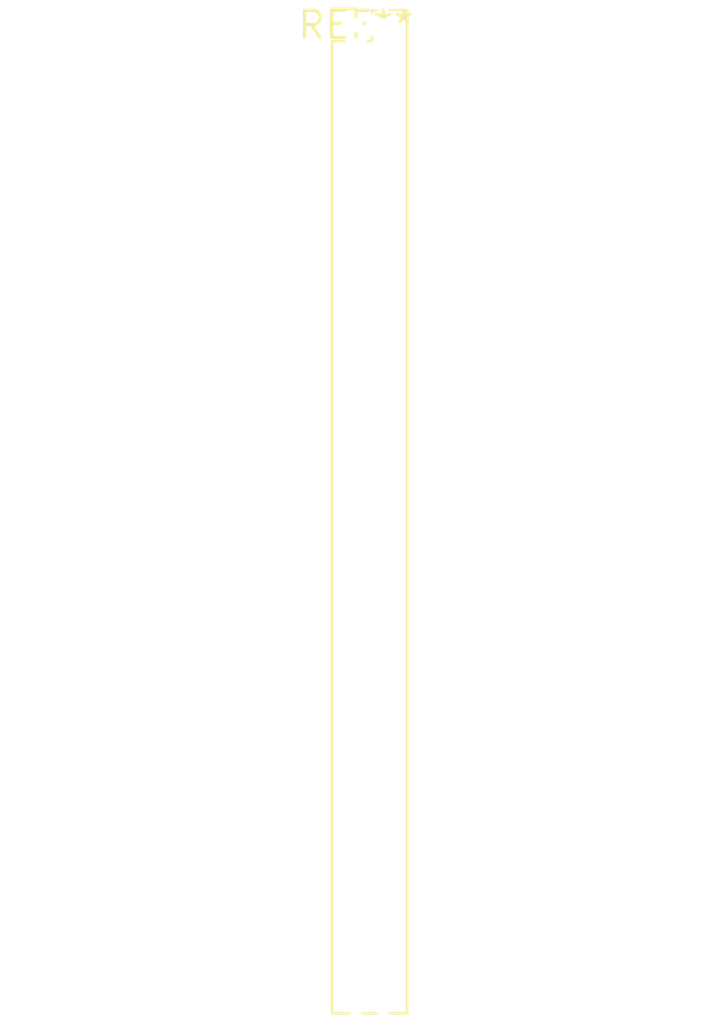
<source format=kicad_pcb>
(kicad_pcb (version 20240108) (generator pcbnew)
  (layers (0 "F.Cu" signal) (31 "B.Cu" signal) (34 "B.Paste" user) (35 "F.Paste" user) (36 "B.SilkS" user "B.Silkscreen") (37 "F.SilkS" user "F.Silkscreen") (38 "B.Mask" user) (39 "F.Mask" user) (44 "Edge.Cuts" user))
  (net 0 "")
  (footprint "PinHeader_2x37_P1.27mm_Vertical" (layer "F.Cu") (at 0 0)
    (property "Reference" "REF**")
    (property "Value" "PinHeader_2x37_P1.27mm_Vertical")
    (fp_line (start -1.13 -0.76) (end 0 -0.76) (layer "F.SilkS") (stroke (width 0.12)))
    (fp_line (start -1.13 0) (end -1.13 -0.76) (layer "F.SilkS") (stroke (width 0.12)))
    (fp_line (start -1.13 0.76) (end -1.13 46.415) (layer "F.SilkS") (stroke (width 0.12)))
    (fp_line (start -1.13 0.76) (end -0.563471 0.76) (layer "F.SilkS") (stroke (width 0.12)))
    (fp_line (start -1.13 46.415) (end -0.30753 46.415) (layer "F.SilkS") (stroke (width 0.12)))
    (fp_line (start 0.30753 46.415) (end 0.96247 46.415) (layer "F.SilkS") (stroke (width 0.12)))
    (fp_line (start 0.563471 0.76) (end 0.706529 0.76) (layer "F.SilkS") (stroke (width 0.12)))
    (fp_line (start 0.76 -0.695) (end 0.96247 -0.695) (layer "F.SilkS") (stroke (width 0.12)))
    (fp_line (start 0.76 -0.563471) (end 0.76 -0.695) (layer "F.SilkS") (stroke (width 0.12)))
    (fp_line (start 0.76 0.706529) (end 0.76 0.563471) (layer "F.SilkS") (stroke (width 0.12)))
    (fp_line (start 1.57753 -0.695) (end 2.4 -0.695) (layer "F.SilkS") (stroke (width 0.12)))
    (fp_line (start 1.57753 46.415) (end 2.4 46.415) (layer "F.SilkS") (stroke (width 0.12)))
    (fp_line (start 2.4 -0.695) (end 2.4 46.415) (layer "F.SilkS") (stroke (width 0.12)))
    (pad "1" thru_hole rect (at 0 0) (size 1 1) (drill 0.65) (layers *.Cu *.Mask) (remove_unused_layers))
    (pad "2" thru_hole oval (at 1.27 0) (size 1 1) (drill 0.65) (layers *.Cu *.Mask) (remove_unused_layers))
    (pad "3" thru_hole oval (at 0 1.27) (size 1 1) (drill 0.65) (layers *.Cu *.Mask) (remove_unused_layers))
    (pad "4" thru_hole oval (at 1.27 1.27) (size 1 1) (drill 0.65) (layers *.Cu *.Mask) (remove_unused_layers))
    (pad "5" thru_hole oval (at 0 2.54) (size 1 1) (drill 0.65) (layers *.Cu *.Mask) (remove_unused_layers))
    (pad "6" thru_hole oval (at 1.27 2.54) (size 1 1) (drill 0.65) (layers *.Cu *.Mask) (remove_unused_layers))
    (pad "7" thru_hole oval (at 0 3.81) (size 1 1) (drill 0.65) (layers *.Cu *.Mask) (remove_unused_layers))
    (pad "8" thru_hole oval (at 1.27 3.81) (size 1 1) (drill 0.65) (layers *.Cu *.Mask) (remove_unused_layers))
    (pad "9" thru_hole oval (at 0 5.08) (size 1 1) (drill 0.65) (layers *.Cu *.Mask) (remove_unused_layers))
    (pad "10" thru_hole oval (at 1.27 5.08) (size 1 1) (drill 0.65) (layers *.Cu *.Mask) (remove_unused_layers))
    (pad "11" thru_hole oval (at 0 6.35) (size 1 1) (drill 0.65) (layers *.Cu *.Mask) (remove_unused_layers))
    (pad "12" thru_hole oval (at 1.27 6.35) (size 1 1) (drill 0.65) (layers *.Cu *.Mask) (remove_unused_layers))
    (pad "13" thru_hole oval (at 0 7.62) (size 1 1) (drill 0.65) (layers *.Cu *.Mask) (remove_unused_layers))
    (pad "14" thru_hole oval (at 1.27 7.62) (size 1 1) (drill 0.65) (layers *.Cu *.Mask) (remove_unused_layers))
    (pad "15" thru_hole oval (at 0 8.89) (size 1 1) (drill 0.65) (layers *.Cu *.Mask) (remove_unused_layers))
    (pad "16" thru_hole oval (at 1.27 8.89) (size 1 1) (drill 0.65) (layers *.Cu *.Mask) (remove_unused_layers))
    (pad "17" thru_hole oval (at 0 10.16) (size 1 1) (drill 0.65) (layers *.Cu *.Mask) (remove_unused_layers))
    (pad "18" thru_hole oval (at 1.27 10.16) (size 1 1) (drill 0.65) (layers *.Cu *.Mask) (remove_unused_layers))
    (pad "19" thru_hole oval (at 0 11.43) (size 1 1) (drill 0.65) (layers *.Cu *.Mask) (remove_unused_layers))
    (pad "20" thru_hole oval (at 1.27 11.43) (size 1 1) (drill 0.65) (layers *.Cu *.Mask) (remove_unused_layers))
    (pad "21" thru_hole oval (at 0 12.7) (size 1 1) (drill 0.65) (layers *.Cu *.Mask) (remove_unused_layers))
    (pad "22" thru_hole oval (at 1.27 12.7) (size 1 1) (drill 0.65) (layers *.Cu *.Mask) (remove_unused_layers))
    (pad "23" thru_hole oval (at 0 13.97) (size 1 1) (drill 0.65) (layers *.Cu *.Mask) (remove_unused_layers))
    (pad "24" thru_hole oval (at 1.27 13.97) (size 1 1) (drill 0.65) (layers *.Cu *.Mask) (remove_unused_layers))
    (pad "25" thru_hole oval (at 0 15.24) (size 1 1) (drill 0.65) (layers *.Cu *.Mask) (remove_unused_layers))
    (pad "26" thru_hole oval (at 1.27 15.24) (size 1 1) (drill 0.65) (layers *.Cu *.Mask) (remove_unused_layers))
    (pad "27" thru_hole oval (at 0 16.51) (size 1 1) (drill 0.65) (layers *.Cu *.Mask) (remove_unused_layers))
    (pad "28" thru_hole oval (at 1.27 16.51) (size 1 1) (drill 0.65) (layers *.Cu *.Mask) (remove_unused_layers))
    (pad "29" thru_hole oval (at 0 17.78) (size 1 1) (drill 0.65) (layers *.Cu *.Mask) (remove_unused_layers))
    (pad "30" thru_hole oval (at 1.27 17.78) (size 1 1) (drill 0.65) (layers *.Cu *.Mask) (remove_unused_layers))
    (pad "31" thru_hole oval (at 0 19.05) (size 1 1) (drill 0.65) (layers *.Cu *.Mask) (remove_unused_layers))
    (pad "32" thru_hole oval (at 1.27 19.05) (size 1 1) (drill 0.65) (layers *.Cu *.Mask) (remove_unused_layers))
    (pad "33" thru_hole oval (at 0 20.32) (size 1 1) (drill 0.65) (layers *.Cu *.Mask) (remove_unused_layers))
    (pad "34" thru_hole oval (at 1.27 20.32) (size 1 1) (drill 0.65) (layers *.Cu *.Mask) (remove_unused_layers))
    (pad "35" thru_hole oval (at 0 21.59) (size 1 1) (drill 0.65) (layers *.Cu *.Mask) (remove_unused_layers))
    (pad "36" thru_hole oval (at 1.27 21.59) (size 1 1) (drill 0.65) (layers *.Cu *.Mask) (remove_unused_layers))
    (pad "37" thru_hole oval (at 0 22.86) (size 1 1) (drill 0.65) (layers *.Cu *.Mask) (remove_unused_layers))
    (pad "38" thru_hole oval (at 1.27 22.86) (size 1 1) (drill 0.65) (layers *.Cu *.Mask) (remove_unused_layers))
    (pad "39" thru_hole oval (at 0 24.13) (size 1 1) (drill 0.65) (layers *.Cu *.Mask) (remove_unused_layers))
    (pad "40" thru_hole oval (at 1.27 24.13) (size 1 1) (drill 0.65) (layers *.Cu *.Mask) (remove_unused_layers))
    (pad "41" thru_hole oval (at 0 25.4) (size 1 1) (drill 0.65) (layers *.Cu *.Mask) (remove_unused_layers))
    (pad "42" thru_hole oval (at 1.27 25.4) (size 1 1) (drill 0.65) (layers *.Cu *.Mask) (remove_unused_layers))
    (pad "43" thru_hole oval (at 0 26.67) (size 1 1) (drill 0.65) (layers *.Cu *.Mask) (remove_unused_layers))
    (pad "44" thru_hole oval (at 1.27 26.67) (size 1 1) (drill 0.65) (layers *.Cu *.Mask) (remove_unused_layers))
    (pad "45" thru_hole oval (at 0 27.94) (size 1 1) (drill 0.65) (layers *.Cu *.Mask) (remove_unused_layers))
    (pad "46" thru_hole oval (at 1.27 27.94) (size 1 1) (drill 0.65) (layers *.Cu *.Mask) (remove_unused_layers))
    (pad "47" thru_hole oval (at 0 29.21) (size 1 1) (drill 0.65) (layers *.Cu *.Mask) (remove_unused_layers))
    (pad "48" thru_hole oval (at 1.27 29.21) (size 1 1) (drill 0.65) (layers *.Cu *.Mask) (remove_unused_layers))
    (pad "49" thru_hole oval (at 0 30.48) (size 1 1) (drill 0.65) (layers *.Cu *.Mask) (remove_unused_layers))
    (pad "50" thru_hole oval (at 1.27 30.48) (size 1 1) (drill 0.65) (layers *.Cu *.Mask) (remove_unused_layers))
    (pad "51" thru_hole oval (at 0 31.75) (size 1 1) (drill 0.65) (layers *.Cu *.Mask) (remove_unused_layers))
    (pad "52" thru_hole oval (at 1.27 31.75) (size 1 1) (drill 0.65) (layers *.Cu *.Mask) (remove_unused_layers))
    (pad "53" thru_hole oval (at 0 33.02) (size 1 1) (drill 0.65) (layers *.Cu *.Mask) (remove_unused_layers))
    (pad "54" thru_hole oval (at 1.27 33.02) (size 1 1) (drill 0.65) (layers *.Cu *.Mask) (remove_unused_layers))
    (pad "55" thru_hole oval (at 0 34.29) (size 1 1) (drill 0.65) (layers *.Cu *.Mask) (remove_unused_layers))
    (pad "56" thru_hole oval (at 1.27 34.29) (size 1 1) (drill 0.65) (layers *.Cu *.Mask) (remove_unused_layers))
    (pad "57" thru_hole oval (at 0 35.56) (size 1 1) (drill 0.65) (layers *.Cu *.Mask) (remove_unused_layers))
    (pad "58" thru_hole oval (at 1.27 35.56) (size 1 1) (drill 0.65) (layers *.Cu *.Mask) (remove_unused_layers))
    (pad "59" thru_hole oval (at 0 36.83) (size 1 1) (drill 0.65) (layers *.Cu *.Mask) (remove_unused_layers))
    (pad "60" thru_hole oval (at 1.27 36.83) (size 1 1) (drill 0.65) (layers *.Cu *.Mask) (remove_unused_layers))
    (pad "61" thru_hole oval (at 0 38.1) (size 1 1) (drill 0.65) (layers *.Cu *.Mask) (remove_unused_layers))
    (pad "62" thru_hole oval (at 1.27 38.1) (size 1 1) (drill 0.65) (layers *.Cu *.Mask) (remove_unused_layers))
    (pad "63" thru_hole oval (at 0 39.37) (size 1 1) (drill 0.65) (layers *.Cu *.Mask) (remove_unused_layers))
    (pad "64" thru_hole oval (at 1.27 39.37) (size 1 1) (drill 0.65) (layers *.Cu *.Mask) (remove_unused_layers))
    (pad "65" thru_hole oval (at 0 40.64) (size 1 1) (drill 0.65) (layers *.Cu *.Mask) (remove_unused_layers))
    (pad "66" thru_hole oval (at 1.27 40.64) (size 1 1) (drill 0.65) (layers *.Cu *.Mask) (remove_unused_layers))
    (pad "67" thru_hole oval (at 0 41.91) (size 1 1) (drill 0.65) (layers *.Cu *.Mask) (remove_unused_layers))
    (pad "68" thru_hole oval (at 1.27 41.91) (size 1 1) (drill 0.65) (layers *.Cu *.Mask) (remove_unused_layers))
    (pad "69" thru_hole oval (at 0 43.18) (size 1 1) (drill 0.65) (layers *.Cu *.Mask) (remove_unused_layers))
    (pad "70" thru_hole oval (at 1.27 43.18) (size 1 1) (drill 0.65) (layers *.Cu *.Mask) (remove_unused_layers))
    (pad "71" thru_hole oval (at 0 44.45) (size 1 1) (drill 0.65) (layers *.Cu *.Mask) (remove_unused_layers))
    (pad "72" thru_hole oval (at 1.27 44.45) (size 1 1) (drill 0.65) (layers *.Cu *.Mask) (remove_unused_layers))
    (pad "73" thru_hole oval (at 0 45.72) (size 1 1) (drill 0.65) (layers *.Cu *.Mask) (remove_unused_layers))
    (pad "74" thru_hole oval (at 1.27 45.72) (size 1 1) (drill 0.65) (layers *.Cu *.Mask) (remove_unused_layers))
  )
)
</source>
